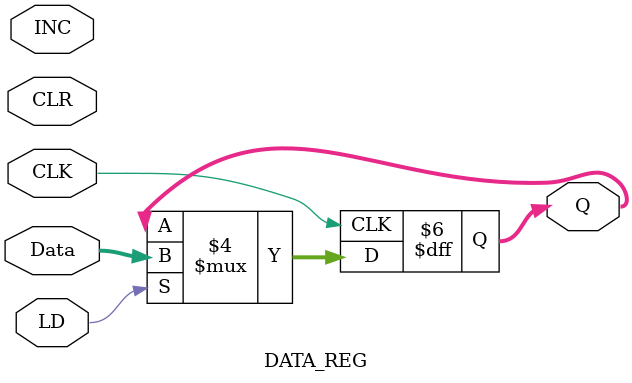
<source format=v>
`timescale 1ns / 1ps


module DATA_REG(Q, Data, LD, CLR, INC, CLK);

    initial Q = 0;
 
	output reg [7:0] Q;
	input [7:0] Data;
	input LD, CLR, INC, CLK;
	
	always @(posedge CLK)
	begin
		 if(LD)
			Q = Data;
		end	
endmodule


</source>
